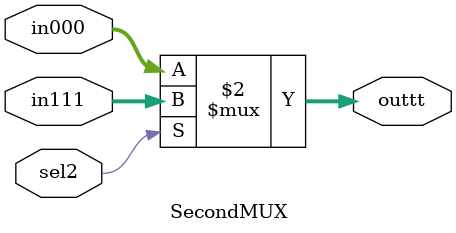
<source format=v>
module SecondMUX(
  input [31:0] in000,in111,
  input sel2,
  output [31:0] outtt
  );
  assign outtt = sel2 == 0 ? in000 : in111;
endmodule


</source>
